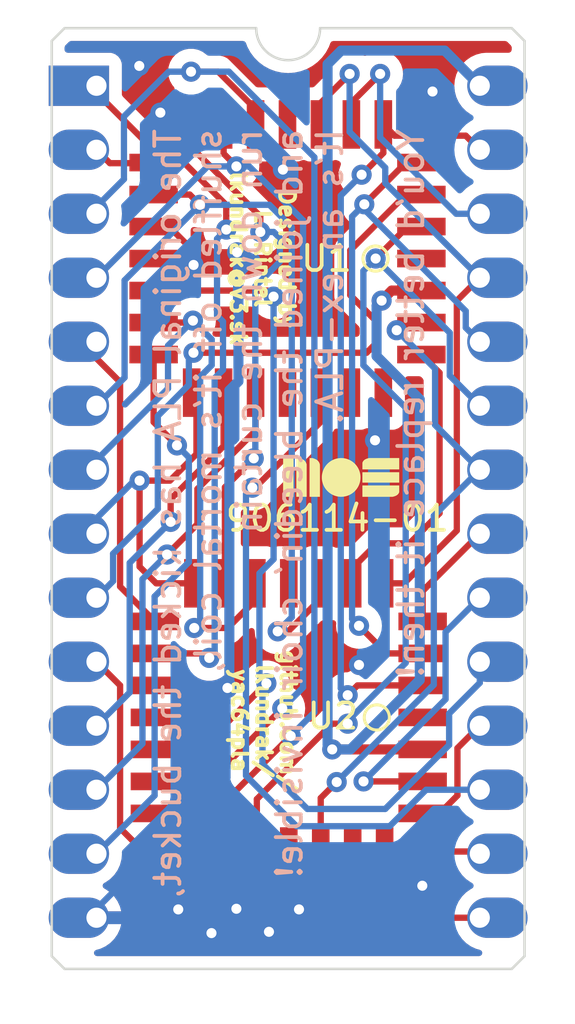
<source format=kicad_pcb>
(kicad_pcb (version 20211014) (generator pcbnew)
  (title_block (title "GAL-based 906114-01 replacement") (date "2023-01-05") (rev "0.99") (company "Lubomir Rintel <lkundrak@v3.sk>"))
  (layers (0 "F.Cu" signal) (31 "B.Cu" signal) (34 "B.Paste" user) (35 "F.Paste" user) (36 "B.SilkS" user "B.Silkscreen") (37 "F.SilkS" user "F.Silkscreen") (38 "B.Mask" user) (39 "F.Mask" user) (44 "Edge.Cuts" user))
  (net 0 "")
  (net 2 "/FE")
  (net 3 "/A13")
  (net 4 "/~{AEC}")
  (net 5 "GND")
  (net 6 "/TIO1")
  (net 7 "VCC")
  (net 11 "/TIO2")
  (net 12 "/TCR")
  (net 17 "/A14")
  (net 18 "/A15")
  (net 19 "/~{VA14}")
  (net 20 "/~{CHAREN}")
  (net 21 "/~{IRAM}")
  (net 22 "/~{LORAM}")
  (net 23 "/~{CAS}")
  (net 24 "/~{ROMH}")
  (net 25 "/~{ROML}")
  (net 26 "/~{I{slash}O}")
  (net 27 "/GR{slash}~{W}")
  (net 28 "/~{CHAROM}")
  (net 29 "/~{KERNAL}")
  (net 30 "/~{BASIC}")
  (net 31 "/~{CASRAM}")
  (net 32 "/~{OE}")
  (net 33 "/VA12")
  (net 34 "/VA13")
  (net 35 "/~{GAME}")
  (net 36 "/~{EXROM}")
  (net 37 "/R{slash}~{W}")
  (net 38 "/BA")
  (net 39 "/A12")
  (net 40 "/uTIO2")
  (footprint "PL3:mos_logo" (layer "F.Cu") (at 102.4382 61.3918)
    (fp_text reference "G***" hide)
    (fp_text value "LOGO" hide)
    (fp_poly (pts (xy -1.640794 -0.761052) (xy -1.601391 -0.748165) (xy -1.565704 -0.734324) (xy -1.533528 -0.719355) (xy -1.504656 -0.703084) (xy -1.478882 -0.685338) (xy -1.455999 -0.665943) (xy -1.4358 -0.644727) (xy -1.418081 -0.621516) (xy -1.402633 -0.596136) (xy -1.389251 -0.568414) (xy -1.378624 -0.540801) (xy -1.371108 -0.519) (xy -1.370084 0.77) (xy -1.782141 0.77) (xy -1.782141 -0.77) (xy -1.726301 -0.77) (xy -1.670461 -0.770001)) (layer "F.SilkS") (width 0) (fill solid))
    (fp_poly (pts (xy 0.078975 -0.765341) (xy 0.106008 -0.762039) (xy 0.160345 -0.752413) (xy 0.21328 -0.739127) (xy 0.264675 -0.722311) (xy 0.314392 -0.702099) (xy 0.362294 -0.678622) (xy 0.408243 -0.652012) (xy 0.452101 -0.622402) (xy 0.493731 -0.589923) (xy 0.532994 -0.554708) (xy 0.569753 -0.516889) (xy 0.60387 -0.476597) (xy 0.635207 -0.433965) (xy 0.663627 -0.389125) (xy 0.688992 -0.342209) (xy 0.711164 -0.29335) (xy 0.730005 -0.242678) (xy 0.745378 -0.190327) (xy 0.756857 -0.138) (xy 0.761074 -0.11318) (xy 0.764256 -0.089856) (xy 0.766504 -0.066843) (xy 0.767921 -0.042953) (xy 0.768609 -0.017001) (xy 0.768714 0) (xy 0.768414 0.027754) (xy 0.767445 0.052735) (xy 0.765706 0.076129) (xy 0.763095 0.099125) (xy 0.759509 0.122907) (xy 0.756857 0.138) (xy 0.744927 0.19204) (xy 0.729282 0.244744) (xy 0.710032 0.295946) (xy 0.687285 0.345479) (xy 0.661151 0.393175) (xy 0.631739 0.438867) (xy 0.599157 0.482388) (xy 0.563515 0.523571) (xy 0.524921 0.562248) (xy 0.483484 0.598253) (xy 0.439314 0.631419) (xy 0.431845 0.636556) (xy 0.38499 0.665982) (xy 0.336338 0.69186) (xy 0.286047 0.714132) (xy 0.234277 0.732741) (xy 0.18119 0.747626) (xy 0.126943 0.758729) (xy 0.082898 0.76484) (xy 0.070849 0.765939) (xy 0.056109 0.766927) (xy 0.039612 0.767776) (xy 0.02229 0.768454) (xy 0.005078 0.768931) (xy -0.011092 0.769177) (xy -0.025286 0.769161) (xy -0.036572 0.768853) (xy -0.038003 0.768777) (xy -0.093895 0.763603) (xy -0.148741 0.754645) (xy -0.202385 0.74198) (xy -0.254673 0.725689) (xy -0.305449 0.705852) (xy -0.354558 0.682549) (xy -0.401844 0.655858) (xy -0.447152 0.62586) (xy -0.490326 0.592635) (xy -0.531212 0.556262) (xy -0.569654 0.516821) (xy -0.601199 0.47981) (xy -0.634154 0.43545) (xy -0.663666 0.389085) (xy -0.689695 0.340819) (xy -0.712198 0.290755) (xy -0.731134 0.238995) (xy -0.746462 0.185642) (xy -0.758139 0.130798) (xy -0.766125 0.074567) (xy -0.766397 0.072) (xy -0.767308 0.060372) (xy -0.767993 0.04563) (xy -0.768454 0.028649) (xy -0.768689 0.01031) (xy -0.7687 -0.008511) (xy -0.768486 -0.026935) (xy -0.768047 -0.044084) (xy -0.767383 -0.059079) (xy -0.766495 -0.071044) (xy -0.766397 -0.072) (xy -0.758611 -0.127903) (xy -0.747144 -0.182453) (xy -0.732089 -0.235512) (xy -0.713542 -0.286944) (xy -0.691598 -0.33661) (xy -0.66635 -0.384373) (xy -0.637894 -0.430094) (xy -0.606323 -0.473638) (xy -0.571733 -0.514864) (xy -0.534218 -0.553638) (xy -0.493873 -0.589819) (xy -0.450791 -0.623272) (xy -0.405069 -0.653857) (xy -0.3568 -0.681438) (xy -0.342819 -0.688615) (xy -0.293543 -0.711081) (xy -0.242688 -0.729966) (xy -0.190551 -0.74522) (xy -0.137429 -0.756796) (xy -0.083619 -0.764645) (xy -0.029417 -0.768717) (xy 0.02488 -0.768965)) (layer "F.SilkS") (width 0) (fill solid))
    (fp_poly (pts (xy -2.101666 -0.76951) (xy -1.895149 -0.769) (xy -1.895149 0.769) (xy -2.101666 0.769509) (xy -2.308182 0.770018) (xy -2.308182 -0.770019)) (layer "F.SilkS") (width 0) (fill solid))
    (fp_poly (pts (xy 2.308181 0.206) (xy 0.844066 0.206) (xy 0.844066 -0.206) (xy 2.308181 -0.206)) (layer "F.SilkS") (width 0) (fill solid))
    (fp_poly (pts (xy -1.125332 -0.764071) (xy -1.085954 -0.751657) (xy -1.050318 -0.738424) (xy -1.018233 -0.724284) (xy -0.989508 -0.70915) (xy -0.963952 -0.692936) (xy -0.954741 -0.686254) (xy -0.942642 -0.6763) (xy -0.92962 -0.664171) (xy -0.916667 -0.650897) (xy -0.904778 -0.63751) (xy -0.894944 -0.625039) (xy -0.892737 -0.621914) (xy -0.879026 -0.599501) (xy -0.866613 -0.5745) (xy -0.856105 -0.548265) (xy -0.848105 -0.522148) (xy -0.848092 -0.522099) (xy -0.847714 -0.520581) (xy -0.847361 -0.518996) (xy -0.847031 -0.517211) (xy -0.846724 -0.515095) (xy -0.846439 -0.512514) (xy -0.846175 -0.509336) (xy -0.845931 -0.505428) (xy -0.845707 -0.500658) (xy -0.845502 -0.494894) (xy -0.845314 -0.488003) (xy -0.845144 -0.479853) (xy -0.84499 -0.47031) (xy -0.844851 -0.459243) (xy -0.844727 -0.446519) (xy -0.844617 -0.432005) (xy -0.84452 -0.415569) (xy -0.844435 -0.397079) (xy -0.844361 -0.376401) (xy -0.844298 -0.353404) (xy -0.844244 -0.327955) (xy -0.8442 -0.299922) (xy -0.844164 -0.269171) (xy -0.844135 -0.235571) (xy -0.844112 -0.198988) (xy -0.844095 -0.159291) (xy -0.844083 -0.116347) (xy -0.844075 -0.070023) (xy -0.84407 -0.020187) (xy -0.844068 0.033293) (xy -0.844067 0.090551) (xy -0.844067 0.77) (xy -1.050146 0.77) (xy -1.084667 0.76999) (xy -1.115381 0.769962) (xy -1.142479 0.769911) (xy -1.166155 0.769835) (xy -1.186601 0.769733) (xy -1.204009 0.769602) (xy -1.218572 0.769439) (xy -1.230483 0.769243) (xy -1.239934 0.76901) (xy -1.247117 0.76874) (xy -1.252226 0.768428) (xy -1.255452 0.768074) (xy -1.256989 0.767674) (xy -1.257174 0.7675) (xy -1.257241 0.765341) (xy -1.257304 0.75932) (xy -1.257363 0.749573) (xy -1.257418 0.736239) (xy -1.257469 0.719454) (xy -1.257516 0.699355) (xy -1.257559 0.67608) (xy -1.257597 0.649767) (xy -1.257631 0.620552) (xy -1.257661 0.588574) (xy -1.257685 0.553968) (xy -1.257706 0.516873) (xy -1.257721 0.477426) (xy -1.257732 0.435764) (xy -1.257738 0.392025) (xy -1.257739 0.346346) (xy -1.257735 0.298863) (xy -1.257726 0.249716) (xy -1.257712 0.19904) (xy -1.257692 0.146973) (xy -1.257667 0.093653) (xy -1.257637 0.039217) (xy -1.257611 -0.002) (xy -1.257099 -0.769) (xy -1.201502 -0.769532) (xy -1.145906 -0.770064)) (layer "F.SilkS") (width 0) (fill solid))
    (fp_poly (pts (xy 2.308181 0.449686) (xy 2.308178 0.475916) (xy 2.30816 0.498456) (xy 2.308121 0.517618) (xy 2.30805 0.533713) (xy 2.307939 0.547052) (xy 2.30778 0.557946) (xy 2.307563 0.566705) (xy 2.30728 0.57364) (xy 2.306923 0.579063) (xy 2.306482 0.583284) (xy 2.305948 0.586615) (xy 2.305313 0.589366) (xy 2.304568 0.591848) (xy 2.304138 0.593124) (xy 2.293028 0.619316) (xy 2.278345 0.643832) (xy 2.260212 0.666534) (xy 2.238751 0.687283) (xy 2.214083 0.705938) (xy 2.195413 0.717429) (xy 2.177799 0.726438) (xy 2.156884 0.735513) (xy 2.133355 0.744401) (xy 2.107898 0.752849) (xy 2.081202 0.760608) (xy 2.06878 0.763854) (xy 2.044395 0.77) (xy 0.844066 0.77) (xy 0.844066 0.318) (xy 2.308181 0.318)) (layer "F.SilkS") (width 0) (fill solid))
    (fp_poly (pts (xy 2.308181 -0.318) (xy 0.844066 -0.318) (xy 0.844133 -0.4505) (xy 0.844199 -0.583) (xy 0.850857 -0.600498) (xy 0.861951 -0.624663) (xy 0.876335 -0.647258) (xy 0.894345 -0.668808) (xy 0.894711 -0.669196) (xy 0.910759 -0.684999) (xy 0.927046 -0.698387) (xy 0.945064 -0.710526) (xy 0.955189 -0.716492) (xy 0.975882 -0.727076) (xy 1.000077 -0.737417) (xy 1.027279 -0.747332) (xy 1.05699 -0.756637) (xy 1.084468 -0.764088) (xy 1.107853 -0.77) (xy 2.308181 -0.77)) (layer "F.SilkS") (width 0) (fill solid))
  )
  (footprint "Package_LCC:PLCC-28" (layer "F.Cu") (at 100.3554 70.9168 -90)
    (fp_text reference "U2" (at -0.0508 -1.7526 180) (layer "F.SilkS"))
    (fp_text value "GAL20V8_R")
    (fp_circle (center 0 -3.5) (end 0.5 -3.5) (layer "F.SilkS") (width 0.12) (fill none))
    (pad "1" smd rect (at 0 -5.3225 270) (size 0.7 1.925) (layers "F.Cu" "F.Paste" "F.Mask"))
    (pad "2" smd rect (at -1.27 -5.3225 270) (size 0.7 1.925) (layers "F.Cu" "F.Paste" "F.Mask") (net 39 "/A12"))
    (pad "3" smd rect (at -2.54 -5.3225 270) (size 0.7 1.925) (layers "F.Cu" "F.Paste" "F.Mask") (net 37 "/R{slash}~{W}"))
    (pad "4" smd rect (at -3.81 -5.3225 270) (size 0.7 1.925) (layers "F.Cu" "F.Paste" "F.Mask") (net 34 "/VA13"))
    (pad "5" smd rect (at -5.3225 -3.81 270) (size 1.925 0.7) (layers "F.Cu" "F.Paste" "F.Mask") (net 4 "/~{AEC}"))
    (pad "6" smd rect (at -5.3225 -2.54 270) (size 1.925 0.7) (layers "F.Cu" "F.Paste" "F.Mask") (net 12 "/TCR"))
    (pad "7" smd rect (at -5.3225 -1.27 270) (size 1.925 0.7) (layers "F.Cu" "F.Paste" "F.Mask") (net 20 "/~{CHAREN}"))
    (pad "8" smd rect (at -5.3225 0 270) (size 1.925 0.7) (layers "F.Cu" "F.Paste" "F.Mask"))
    (pad "9" smd rect (at -5.3225 1.27 270) (size 1.925 0.7) (layers "F.Cu" "F.Paste" "F.Mask") (net 21 "/~{IRAM}"))
    (pad "10" smd rect (at -5.3225 2.54 270) (size 1.925 0.7) (layers "F.Cu" "F.Paste" "F.Mask") (net 2 "/FE"))
    (pad "11" smd rect (at -5.3225 3.81 270) (size 1.925 0.7) (layers "F.Cu" "F.Paste" "F.Mask") (net 22 "/~{LORAM}"))
    (pad "12" smd rect (at -3.81 5.3225 270) (size 0.7 1.925) (layers "F.Cu" "F.Paste" "F.Mask") (net 19 "/~{VA14}"))
    (pad "13" smd rect (at -2.54 5.3225 270) (size 0.7 1.925) (layers "F.Cu" "F.Paste" "F.Mask") (net 3 "/A13"))
    (pad "14" smd rect (at -1.27 5.3225 270) (size 0.7 1.925) (layers "F.Cu" "F.Paste" "F.Mask") (net 5 "GND"))
    (pad "15" smd rect (at 0 5.3225 270) (size 0.7 1.925) (layers "F.Cu" "F.Paste" "F.Mask"))
    (pad "16" smd rect (at 1.27 5.3225 270) (size 0.7 1.925) (layers "F.Cu" "F.Paste" "F.Mask") (net 32 "/~{OE}"))
    (pad "17" smd rect (at 2.54 5.3225 270) (size 0.7 1.925) (layers "F.Cu" "F.Paste" "F.Mask") (net 18 "/A15"))
    (pad "18" smd rect (at 3.81 5.3225 270) (size 0.7 1.925) (layers "F.Cu" "F.Paste" "F.Mask") (net 40 "/uTIO2"))
    (pad "19" smd rect (at 5.3225 3.81 270) (size 1.925 0.7) (layers "F.Cu" "F.Paste" "F.Mask") (net 24 "/~{ROMH}"))
    (pad "20" smd rect (at 5.3225 2.54 270) (size 1.925 0.7) (layers "F.Cu" "F.Paste" "F.Mask") (net 17 "/A14"))
    (pad "21" smd rect (at 5.3225 1.27 270) (size 1.925 0.7) (layers "F.Cu" "F.Paste" "F.Mask") (net 36 "/~{EXROM}"))
    (pad "22" smd rect (at 5.3225 0 270) (size 1.925 0.7) (layers "F.Cu" "F.Paste" "F.Mask"))
    (pad "23" smd rect (at 5.3225 -1.27 270) (size 1.925 0.7) (layers "F.Cu" "F.Paste" "F.Mask") (net 35 "/~{GAME}"))
    (pad "24" smd rect (at 5.3225 -2.54 270) (size 1.925 0.7) (layers "F.Cu" "F.Paste" "F.Mask") (net 28 "/~{CHAROM}"))
    (pad "25" smd rect (at 5.3225 -3.81 270) (size 1.925 0.7) (layers "F.Cu" "F.Paste" "F.Mask") (net 29 "/~{KERNAL}"))
    (pad "26" smd rect (at 3.81 -5.3225 270) (size 0.7 1.925) (layers "F.Cu" "F.Paste" "F.Mask") (net 31 "/~{CASRAM}"))
    (pad "27" smd rect (at 2.54 -5.3225 270) (size 0.7 1.925) (layers "F.Cu" "F.Paste" "F.Mask") (net 33 "/VA12"))
    (pad "28" smd rect (at 1.27 -5.3225 270) (size 0.7 1.925) (layers "F.Cu" "F.Paste" "F.Mask") (net 7 "VCC"))
  )
  (footprint "Package_DIP:DIP-28_W15.24mm_Socket_LongPads" (layer "F.Cu") (at 92.71 45.847)
    (fp_text reference "U3" hide)
    (fp_text value "C64_PLA")
    (pad "1" thru_hole rect (at 0 0) (size 2.4 1.6) (drill 0.8 (offset -0.7 0)) (layers *.Cu *.Mask) (net 2 "/FE"))
    (pad "2" thru_hole oval (at 0 2.54) (size 2.4 1.6) (drill 0.8 (offset -0.7 0)) (layers *.Cu *.Mask) (net 3 "/A13"))
    (pad "3" thru_hole oval (at 0 5.08) (size 2.4 1.6) (drill 0.8 (offset -0.7 0)) (layers *.Cu *.Mask) (net 17 "/A14"))
    (pad "4" thru_hole oval (at 0 7.62) (size 2.4 1.6) (drill 0.8 (offset -0.7 0)) (layers *.Cu *.Mask) (net 18 "/A15"))
    (pad "5" thru_hole oval (at 0 10.16) (size 2.4 1.6) (drill 0.8 (offset -0.7 0)) (layers *.Cu *.Mask) (net 19 "/~{VA14}"))
    (pad "6" thru_hole oval (at 0 12.7) (size 2.4 1.6) (drill 0.8 (offset -0.7 0)) (layers *.Cu *.Mask) (net 20 "/~{CHAREN}"))
    (pad "7" thru_hole oval (at 0 15.24) (size 2.4 1.6) (drill 0.8 (offset -0.7 0)) (layers *.Cu *.Mask) (net 21 "/~{IRAM}"))
    (pad "8" thru_hole oval (at 0 17.78) (size 2.4 1.6) (drill 0.8 (offset -0.7 0)) (layers *.Cu *.Mask) (net 22 "/~{LORAM}"))
    (pad "9" thru_hole oval (at 0 20.32) (size 2.4 1.6) (drill 0.8 (offset -0.7 0)) (layers *.Cu *.Mask) (net 23 "/~{CAS}"))
    (pad "10" thru_hole oval (at 0 22.86) (size 2.4 1.6) (drill 0.8 (offset -0.7 0)) (layers *.Cu *.Mask) (net 24 "/~{ROMH}"))
    (pad "11" thru_hole oval (at 0 25.4) (size 2.4 1.6) (drill 0.8 (offset -0.7 0)) (layers *.Cu *.Mask) (net 25 "/~{ROML}"))
    (pad "12" thru_hole oval (at 0 27.94) (size 2.4 1.6) (drill 0.8 (offset -0.7 0)) (layers *.Cu *.Mask) (net 26 "/~{I{slash}O}"))
    (pad "13" thru_hole oval (at 0 30.48) (size 2.4 1.6) (drill 0.8 (offset -0.7 0)) (layers *.Cu *.Mask) (net 27 "/GR{slash}~{W}"))
    (pad "14" thru_hole oval (at 0 33.02) (size 2.4 1.6) (drill 0.8 (offset -0.7 0)) (layers *.Cu *.Mask) (net 5 "GND"))
    (pad "15" thru_hole oval (at 15.24 33.02) (size 2.4 1.6) (drill 0.8 (offset 0.7 0)) (layers *.Cu *.Mask) (net 28 "/~{CHAROM}"))
    (pad "16" thru_hole oval (at 15.24 30.48) (size 2.4 1.6) (drill 0.8 (offset 0.7 0)) (layers *.Cu *.Mask) (net 29 "/~{KERNAL}"))
    (pad "17" thru_hole oval (at 15.24 27.94) (size 2.4 1.6) (drill 0.8 (offset 0.7 0)) (layers *.Cu *.Mask) (net 30 "/~{BASIC}"))
    (pad "18" thru_hole oval (at 15.24 25.4) (size 2.4 1.6) (drill 0.8 (offset 0.7 0)) (layers *.Cu *.Mask) (net 31 "/~{CASRAM}"))
    (pad "19" thru_hole oval (at 15.24 22.86) (size 2.4 1.6) (drill 0.8 (offset 0.7 0)) (layers *.Cu *.Mask) (net 32 "/~{OE}"))
    (pad "20" thru_hole oval (at 15.24 20.32) (size 2.4 1.6) (drill 0.8 (offset 0.7 0)) (layers *.Cu *.Mask) (net 33 "/VA12"))
    (pad "21" thru_hole oval (at 15.24 17.78) (size 2.4 1.6) (drill 0.8 (offset 0.7 0)) (layers *.Cu *.Mask) (net 34 "/VA13"))
    (pad "22" thru_hole oval (at 15.24 15.24) (size 2.4 1.6) (drill 0.8 (offset 0.7 0)) (layers *.Cu *.Mask) (net 35 "/~{GAME}"))
    (pad "23" thru_hole oval (at 15.24 12.7) (size 2.4 1.6) (drill 0.8 (offset 0.7 0)) (layers *.Cu *.Mask) (net 36 "/~{EXROM}"))
    (pad "24" thru_hole oval (at 15.24 10.16) (size 2.4 1.6) (drill 0.8 (offset 0.7 0)) (layers *.Cu *.Mask) (net 37 "/R{slash}~{W}"))
    (pad "25" thru_hole oval (at 15.24 7.62) (size 2.4 1.6) (drill 0.8 (offset 0.7 0)) (layers *.Cu *.Mask) (net 4 "/~{AEC}"))
    (pad "26" thru_hole oval (at 15.24 5.08) (size 2.4 1.6) (drill 0.8 (offset 0.7 0)) (layers *.Cu *.Mask) (net 38 "/BA"))
    (pad "27" thru_hole oval (at 15.24 2.54) (size 2.4 1.6) (drill 0.8 (offset 0.7 0)) (layers *.Cu *.Mask) (net 39 "/A12"))
    (pad "28" thru_hole oval (at 15.24 0) (size 2.4 1.6) (drill 0.8 (offset 0.7 0)) (layers *.Cu *.Mask) (net 7 "VCC"))
  )
  (footprint "Package_LCC:PLCC-28" (layer "F.Cu") (at 100.3046 52.705 -90)
    (fp_text reference "U1" (at 0 -1.5494) (layer "F.SilkS"))
    (fp_text value "GAL20V8_L")
    (fp_circle (center 0 -3.5) (end 0.5 -3.5) (layer "F.SilkS") (width 0.12) (fill none))
    (pad "1" smd rect (at 0 -5.3225 270) (size 0.7 1.925) (layers "F.Cu" "F.Paste" "F.Mask"))
    (pad "2" smd rect (at -1.27 -5.3225 270) (size 0.7 1.925) (layers "F.Cu" "F.Paste" "F.Mask") (net 36 "/~{EXROM}"))
    (pad "3" smd rect (at -2.54 -5.3225 270) (size 0.7 1.925) (layers "F.Cu" "F.Paste" "F.Mask") (net 23 "/~{CAS}"))
    (pad "4" smd rect (at -3.81 -5.3225 270) (size 0.7 1.925) (layers "F.Cu" "F.Paste" "F.Mask") (net 37 "/R{slash}~{W}"))
    (pad "5" smd rect (at -5.3225 -3.81 270) (size 1.925 0.7) (layers "F.Cu" "F.Paste" "F.Mask") (net 39 "/A12"))
    (pad "6" smd rect (at -5.3225 -2.54 270) (size 1.925 0.7) (layers "F.Cu" "F.Paste" "F.Mask") (net 38 "/BA"))
    (pad "7" smd rect (at -5.3225 -1.27 270) (size 1.925 0.7) (layers "F.Cu" "F.Paste" "F.Mask") (net 4 "/~{AEC}"))
    (pad "8" smd rect (at -5.3225 0 270) (size 1.925 0.7) (layers "F.Cu" "F.Paste" "F.Mask"))
    (pad "9" smd rect (at -5.3225 1.27 270) (size 1.925 0.7) (layers "F.Cu" "F.Paste" "F.Mask") (net 17 "/A14"))
    (pad "10" smd rect (at -5.3225 2.54 270) (size 1.925 0.7) (layers "F.Cu" "F.Paste" "F.Mask") (net 18 "/A15"))
    (pad "11" smd rect (at -5.3225 3.81 270) (size 1.925 0.7) (layers "F.Cu" "F.Paste" "F.Mask") (net 2 "/FE"))
    (pad "12" smd rect (at -3.81 5.3225 270) (size 0.7 1.925) (layers "F.Cu" "F.Paste" "F.Mask") (net 3 "/A13"))
    (pad "13" smd rect (at -2.54 5.3225 270) (size 0.7 1.925) (layers "F.Cu" "F.Paste" "F.Mask") (net 20 "/~{CHAREN}"))
    (pad "14" smd rect (at -1.27 5.3225 270) (size 0.7 1.925) (layers "F.Cu" "F.Paste" "F.Mask") (net 5 "GND"))
    (pad "15" smd rect (at 0 5.3225 270) (size 0.7 1.925) (layers "F.Cu" "F.Paste" "F.Mask"))
    (pad "16" smd rect (at 1.27 5.3225 270) (size 0.7 1.925) (layers "F.Cu" "F.Paste" "F.Mask") (net 32 "/~{OE}"))
    (pad "17" smd rect (at 2.54 5.3225 270) (size 0.7 1.925) (layers "F.Cu" "F.Paste" "F.Mask") (net 21 "/~{IRAM}"))
    (pad "18" smd rect (at 3.81 5.3225 270) (size 0.7 1.925) (layers "F.Cu" "F.Paste" "F.Mask") (net 27 "/GR{slash}~{W}"))
    (pad "19" smd rect (at 5.3225 3.81 270) (size 1.925 0.7) (layers "F.Cu" "F.Paste" "F.Mask") (net 22 "/~{LORAM}"))
    (pad "20" smd rect (at 5.3225 2.54 270) (size 1.925 0.7) (layers "F.Cu" "F.Paste" "F.Mask") (net 25 "/~{ROML}"))
    (pad "21" smd rect (at 5.3225 1.27 270) (size 1.925 0.7) (layers "F.Cu" "F.Paste" "F.Mask") (net 26 "/~{I{slash}O}"))
    (pad "22" smd rect (at 5.3225 0 270) (size 1.925 0.7) (layers "F.Cu" "F.Paste" "F.Mask"))
    (pad "23" smd rect (at 5.3225 -1.27 270) (size 1.925 0.7) (layers "F.Cu" "F.Paste" "F.Mask") (net 30 "/~{BASIC}"))
    (pad "24" smd rect (at 5.3225 -2.54 270) (size 1.925 0.7) (layers "F.Cu" "F.Paste" "F.Mask") (net 6 "/TIO1"))
    (pad "25" smd rect (at 5.3225 -3.81 270) (size 1.925 0.7) (layers "F.Cu" "F.Paste" "F.Mask") (net 11 "/TIO2"))
    (pad "26" smd rect (at 3.81 -5.3225 270) (size 0.7 1.925) (layers "F.Cu" "F.Paste" "F.Mask") (net 12 "/TCR"))
    (pad "27" smd rect (at 2.54 -5.3225 270) (size 0.7 1.925) (layers "F.Cu" "F.Paste" "F.Mask") (net 35 "/~{GAME}"))
    (pad "28" smd rect (at 1.27 -5.3225 270) (size 0.7 1.925) (layers "F.Cu" "F.Paste" "F.Mask") (net 7 "VCC"))
  )
  (gr_line (start 109.22 80.899) (end 91.44 80.899) (layer "Edge.Cuts") (width 0.1))
  (gr_line (start 91.44 43.561) (end 99.06 43.561) (layer "Edge.Cuts") (width 0.1))
  (gr_line (start 109.22 80.899) (end 109.728 80.391) (layer "Edge.Cuts") (width 0.1))
  (gr_line (start 90.932 44.069) (end 91.44 43.561) (layer "Edge.Cuts") (width 0.1))
  (gr_line (start 101.6 43.561) (end 109.22 43.561) (layer "Edge.Cuts") (width 0.1))
  (gr_line (start 90.932 80.391) (end 91.44 80.899) (layer "Edge.Cuts") (width 0.1))
  (gr_line (start 109.728 44.069) (end 109.728 80.391) (layer "Edge.Cuts") (width 0.1))
  (gr_arc (start 101.6 43.561) (mid 100.33 44.831) (end 99.06 43.561) (layer "Edge.Cuts") (width 0.1))
  (gr_line (start 109.22 43.561) (end 109.728 44.069) (layer "Edge.Cuts") (width 0.1))
  (gr_line (start 90.932 80.391) (end 90.932 44.069) (layer "Edge.Cuts") (width 0.1))
  (gr_text "The original PLA has kicked the bucket,\nshuffled off it's mortal coil,\nrun down the curtain\nand joined the bleedin' choir invisible!\nIt's an ex-PLA.\n\nYou'd better replace it then!" (at 100.3808 47.4726 90) (layer "B.SilkS") (effects (font (size 1 1)) (justify left mirror)))
  (gr_text "906114-01" (at 102.2858 63.0174) (layer "F.SilkS") (effects (font (size 1 1))))
  (gr_text "github.com/\nlkundrak/\nyac64pla" (at 99.3648 71.0438 270) (layer "F.SilkS") (effects (font (size 0.6 0.6))))
  (gr_text "Designed by\nL. Rintel\nlkundrak@v3.sk" (at 99.314 52.705 270) (layer "F.SilkS") (effects (font (size 0.6 0.6))))
  (segment (start 95.9473 47.9298) (end 96.4946 47.3825) (width 0.25) (layer "F.Cu") (net 2))
  (segment (start 99.223397 51.031196) (end 99.223397 51.650001) (width 0.25) (layer "F.Cu") (net 2))
  (segment (start 94.5134 47.9298) (end 95.9473 47.9298) (width 0.25) (layer "F.Cu") (net 2))
  (segment (start 97.8154 65.5943) (end 97.8154 61.781398) (width 0.25) (layer "F.Cu") (net 2))
  (segment (start 96.4946 47.3825) (end 96.4946 48.302399) (width 0.25) (layer "F.Cu") (net 2))
  (segment (start 96.4946 48.302399) (end 99.223397 51.031196) (width 0.25) (layer "F.Cu") (net 2))
  (segment (start 92.71 45.847) (end 92.71 46.1264) (width 0.25) (layer "F.Cu") (net 2))
  (segment (start 97.8154 61.781398) (end 98.962699 60.634099) (width 0.25) (layer "F.Cu") (net 2))
  (segment (start 92.71 46.1264) (end 94.5134 47.9298) (width 0.25) (layer "F.Cu") (net 2))
  (via (at 98.962699 60.634099) (size 0.8) (drill 0.4) (layers "F.Cu" "B.Cu") (net 2))
  (via (at 99.223397 51.650001) (size 0.8) (drill 0.4) (layers "F.Cu" "B.Cu") (net 2))
  (segment (start 99.025498 60.5713) (end 98.962699 60.634099) (width 0.25) (layer "B.Cu") (net 2))
  (segment (start 99.757601 51.650001) (end 99.9998 51.8922) (width 0.25) (layer "B.Cu") (net 2))
  (segment (start 99.223397 51.650001) (end 99.757601 51.650001) (width 0.25) (layer "B.Cu") (net 2))
  (segment (start 99.9998 52.832) (end 99.025498 53.806302) (width 0.25) (layer "B.Cu") (net 2))
  (segment (start 99.9998 51.8922) (end 99.9998 52.832) (width 0.25) (layer "B.Cu") (net 2))
  (segment (start 99.025498 53.806302) (end 99.025498 60.5713) (width 0.25) (layer "B.Cu") (net 2))
  (segment (start 93.2434 48.9204) (end 94.9567 48.9204) (width 0.25) (layer "F.Cu") (net 3))
  (segment (start 97.0159 68.3768) (end 97.1937 68.5546) (width 0.25) (layer "F.Cu") (net 3))
  (segment (start 92.71 48.387) (end 93.2434 48.9204) (width 0.25) (layer "F.Cu") (net 3))
  (segment (start 97.869174 50.578796) (end 97.869174 51.555005) (width 0.25) (layer "F.Cu") (net 3))
  (segment (start 94.9567 48.9204) (end 94.9821 48.895) (width 0.25) (layer "F.Cu") (net 3))
  (segment (start 96.185378 48.895) (end 97.869174 50.578796) (width 0.25) (layer "F.Cu") (net 3))
  (segment (start 95.0329 68.3768) (end 97.0159 68.3768) (width 0.25) (layer "F.Cu") (net 3))
  (segment (start 94.9821 48.895) (end 96.185378 48.895) (width 0.25) (layer "F.Cu") (net 3))
  (via (at 97.869174 51.555005) (size 0.8) (drill 0.4) (layers "F.Cu" "B.Cu") (net 3))
  (via (at 97.1937 68.5546) (size 0.8) (drill 0.4) (layers "F.Cu" "B.Cu") (net 3))
  (segment (start 97.503 54.968312) (end 97.503 51.921179) (width 0.25) (layer "B.Cu") (net 3))
  (segment (start 97.503 51.921179) (end 97.869174 51.555005) (width 0.25) (layer "B.Cu") (net 3))
  (segment (start 97.409 68.3393) (end 97.409 57.4548) (width 0.25) (layer "B.Cu") (net 3))
  (segment (start 97.740581 55.205893) (end 97.503 54.968312) (width 0.25) (layer "B.Cu") (net 3))
  (segment (start 97.1937 68.5546) (end 97.409 68.3393) (width 0.25) (layer "B.Cu") (net 3))
  (segment (start 97.409 57.4548) (end 97.740581 57.123219) (width 0.25) (layer "B.Cu") (net 3))
  (segment (start 97.740581 57.123219) (end 97.740581 55.205893) (width 0.25) (layer "B.Cu") (net 3))
  (segment (start 107.0356 63.5) (end 107.0356 54.3814) (width 0.25) (layer "F.Cu") (net 4))
  (segment (start 104.1654 65.5943) (end 104.9413 65.5943) (width 0.25) (layer "F.Cu") (net 4))
  (segment (start 101.5746 46.576832) (end 102.774932 45.3765) (width 0.25) (layer "F.Cu") (net 4))
  (segment (start 107.0356 54.3814) (end 107.95 53.467) (width 0.25) (layer "F.Cu") (net 4))
  (segment (start 101.5746 47.3825) (end 101.5746 46.576832) (width 0.25) (layer "F.Cu") (net 4))
  (segment (start 104.9413 65.5943) (end 107.0356 63.5) (width 0.25) (layer "F.Cu") (net 4))
  (via (at 102.774932 45.3765) (size 0.8) (drill 0.4) (layers "F.Cu" "B.Cu") (net 4))
  (segment (start 104.1908 49.7078) (end 104.1908 49.0982) (width 0.25) (layer "B.Cu") (net 4))
  (segment (start 104.1908 49.0982) (end 102.774932 47.682332) (width 0.25) (layer "B.Cu") (net 4))
  (segment (start 107.95 53.467) (end 104.1908 49.7078) (width 0.25) (layer "B.Cu") (net 4))
  (segment (start 102.774932 47.682332) (end 102.774932 45.3765) (width 0.25) (layer "B.Cu") (net 4))
  (segment (start 95.5946 51.435) (end 96.616011 52.456411) (width 0.25) (layer "F.Cu") (net 5))
  (segment (start 94.9821 51.435) (end 95.5946 51.435) (width 0.25) (layer "F.Cu") (net 5))
  (segment (start 95.0329 69.6468) (end 97.8154 69.6468) (width 0.25) (layer "F.Cu") (net 5))
  (segment (start 96.616011 52.456411) (end 98.300998 52.456411) (width 0.25) (layer "F.Cu") (net 5))
  (segment (start 97.8154 69.6468) (end 97.917 69.7484) (width 0.25) (layer "F.Cu") (net 5))
  (via (at 105.664 77.597) (size 0.8) (drill 0.4) (layers "F.Cu" "B.Cu") (net 5))
  (via (at 99.568 79.4258) (size 0.8) (drill 0.4) (layers "F.Cu" "B.Cu") (net 5))
  (via (at 103.147002 68.834) (size 0.8) (drill 0.4) (layers "F.Cu" "B.Cu") (net 5))
  (via (at 103.7844 59.9186) (size 0.8) (drill 0.4) (layers "F.Cu" "B.Cu") (net 5))
  (via (at 98.300998 52.456411) (size 0.8) (drill 0.4) (layers "F.Cu" "B.Cu") (net 5))
  (via (at 97.282 79.4766) (size 0.8) (drill 0.4) (layers "F.Cu" "B.Cu") (net 5))
  (via (at 95.25 46.9138) (size 0.8) (drill 0.4) (layers "F.Cu" "B.Cu") (net 5))
  (via (at 97.917 69.7484) (size 0.8) (drill 0.4) (layers "F.Cu" "B.Cu") (net 5))
  (via (at 106.0704 46.0756) (size 0.8) (drill 0.4) (layers "F.Cu" "B.Cu") (net 5))
  (via (at 96.5708 52.959) (size 0.8) (drill 0.4) (layers "F.Cu" "B.Cu") (net 5))
  (via (at 94.4118 45.0596) (size 0.8) (drill 0.4) (layers "F.Cu" "B.Cu") (net 5))
  (via (at 100.7618 78.5368) (size 0.8) (drill 0.4) (layers "F.Cu" "B.Cu") (net 5))
  (via (at 95.9612 78.5368) (size 0.8) (drill 0.4) (layers "F.Cu" "B.Cu") (net 5))
  (via (at 100.122399 49.1744) (size 0.8) (drill 0.4) (layers "F.Cu" "B.Cu") (net 5))
  (via (at 98.2726 78.5114) (size 0.8) (drill 0.4) (layers "F.Cu" "B.Cu") (net 5))
  (segment (start 97.917 69.7484) (end 97.9932 69.6722) (width 0.4) (layer "B.Cu") (net 5))
  (segment (start 97.917 73.3044) (end 92.71 78.5114) (width 0.25) (layer "B.Cu") (net 5))
  (segment (start 98.353692 52.509105) (end 98.300998 52.456411) (width 0.4) (layer "B.Cu") (net 5))
  (segment (start 97.9932 69.6722) (end 97.9932 57.9374) (width 0.4) (layer "B.Cu") (net 5))
  (segment (start 97.917 69.7484) (end 97.917 73.3044) (width 0.25) (layer "B.Cu") (net 5))
  (segment (start 92.71 78.5114) (end 92.71 78.867) (width 0.25) (layer "B.Cu") (net 5))
  (segment (start 98.353692 57.576908) (end 98.353692 52.509105) (width 0.4) (layer "B.Cu") (net 5))
  (segment (start 97.9932 57.9374) (end 98.353692 57.576908) (width 0.4) (layer "B.Cu") (net 5))
  (segment (start 104.445468 53.975) (end 104.046004 54.374464) (width 0.4) (layer "F.Cu") (net 7))
  (segment (start 105.6271 53.975) (end 104.445468 53.975) (width 0.4) (layer "F.Cu") (net 7))
  (segment (start 105.6779 72.1868) (end 102.082603 72.186799) (width 0.4) (layer "F.Cu") (net 7))
  (via (at 102.082603 72.186799) (size 0.8) (drill 0.4) (layers "F.Cu" "B.Cu") (net 7))
  (via (at 104.046004 54.374464) (size 0.8) (drill 0.4) (layers "F.Cu" "B.Cu") (net 7))
  (segment (start 103.846005 54.574463) (end 104.046004 54.374464) (width 0.4) (layer "B.Cu") (net 7))
  (segment (start 102.4382 44.45) (end 101.898001 44.990199) (width 0.4) (layer "B.Cu") (net 7))
  (segment (start 105.5624 69.431244) (end 105.5624 58.293) (width 0.4) (layer "B.Cu") (net 7))
  (segment (start 101.898001 72.002197) (end 102.082603 72.186799) (width 0.4) (layer "B.Cu") (net 7))
  (segment (start 102.082603 72.186799) (end 102.806845 72.186799) (width 0.4) (layer "B.Cu") (net 7))
  (segment (start 103.846005 56.576605) (end 103.846005 54.574463) (width 0.4) (layer "B.Cu") (net 7))
  (segment (start 106.553 44.45) (end 102.4382 44.45) (width 0.4) (layer "B.Cu") (net 7))
  (segment (start 101.898001 44.990199) (end 101.898001 72.002197) (width 0.4) (layer "B.Cu") (net 7))
  (segment (start 107.95 45.847) (end 106.553 44.45) (width 0.4) (layer "B.Cu") (net 7))
  (segment (start 102.806845 72.186799) (end 105.5624 69.431244) (width 0.4) (layer "B.Cu") (net 7))
  (segment (start 105.5624 58.293) (end 103.846005 56.576605) (width 0.4) (layer "B.Cu") (net 7))
  (segment (start 102.8954 64.9818) (end 103.8692 64.008) (width 0.25) (layer "F.Cu") (net 12))
  (segment (start 106.3498 62.8142) (end 106.3498 57.2377) (width 0.25) (layer "F.Cu") (net 12))
  (segment (start 106.3498 57.2377) (end 105.6271 56.515) (width 0.25) (layer "F.Cu") (net 12))
  (segment (start 103.8692 64.008) (end 105.156 64.008) (width 0.25) (layer "F.Cu") (net 12))
  (segment (start 102.8954 65.5943) (end 102.8954 64.9818) (width 0.25) (layer "F.Cu") (net 12))
  (segment (start 105.156 64.008) (end 106.3498 62.8142) (width 0.25) (layer "F.Cu") (net 12))
  (segment (start 99.0346 46.77) (end 97.5528 45.2882) (width 0.25) (layer "F.Cu") (net 17))
  (segment (start 97.8154 76.2393) (end 97.8154 74.2696) (width 0.25) (layer "F.Cu") (net 17))
  (segment (start 97.5528 45.2882) (end 96.4692 45.2882) (width 0.25) (layer "F.Cu") (net 17))
  (segment (start 97.8154 74.2696) (end 100.4316 71.6534) (width 0.25) (layer "F.Cu") (net 17))
  (segment (start 99.0346 47.3825) (end 99.0346 46.77) (width 0.25) (layer "F.Cu") (net 17))
  (via (at 96.4692 45.2882) (size 0.8) (drill 0.4) (layers "F.Cu" "B.Cu") (net 17))
  (via (at 100.4316 71.6534) (size 0.8) (drill 0.4) (layers "F.Cu" "B.Cu") (net 17))
  (segment (start 92.71 50.927) (end 92.71 50.6476) (width 0.25) (layer "B.Cu") (net 17))
  (segment (start 93.8022 49.5554) (end 93.8022 47.0662) (width 0.25) (layer "B.Cu") (net 17))
  (segment (start 97.977088 45.2882) (end 101.3735 48.684612) (width 0.25) (layer "B.Cu") (net 17))
  (segment (start 95.5802 45.2882) (end 96.4692 45.2882) (width 0.25) (layer "B.Cu") (net 17))
  (segment (start 93.8022 47.0662) (end 95.5802 45.2882) (width 0.25) (layer "B.Cu") (net 17))
  (segment (start 101.3735 48.684612) (end 101.3735 70.7115) (width 0.25) (layer "B.Cu") (net 17))
  (segment (start 96.4692 45.2882) (end 97.977088 45.2882) (width 0.25) (layer "B.Cu") (net 17))
  (segment (start 101.3735 70.7115) (end 100.4316 71.6534) (width 0.25) (layer "B.Cu") (net 17))
  (segment (start 92.71 50.6476) (end 93.8022 49.5554) (width 0.25) (layer "B.Cu") (net 17))
  (segment (start 97.7646 47.3825) (end 97.7646 48.5394) (width 0.25) (layer "F.Cu") (net 18))
  (segment (start 97.195707 73.4568) (end 100.095806 70.556701) (width 0.25) (layer "F.Cu") (net 18))
  (segment (start 95.0329 73.4568) (end 97.195707 73.4568) (width 0.25) (layer "F.Cu") (net 18))
  (segment (start 97.7646 48.5394) (end 98.2726 49.0474) (width 0.25) (layer "F.Cu") (net 18))
  (via (at 98.2726 49.0474) (size 0.8) (drill 0.4) (layers "F.Cu" "B.Cu") (net 18))
  (via (at 100.095806 70.556701) (size 0.8) (drill 0.4) (layers "F.Cu" "B.Cu") (net 18))
  (segment (start 100.923999 51.190799) (end 100.923999 69.728508) (width 0.25) (layer "B.Cu") (net 18))
  (segment (start 92.71 53.467) (end 97.1296 49.0474) (width 0.25) (layer "B.Cu") (net 18))
  (segment (start 98.7806 49.0474) (end 100.923999 51.190799) (width 0.25) (layer "B.Cu") (net 18))
  (segment (start 97.1296 49.0474) (end 98.2726 49.0474) (width 0.25) (layer "B.Cu") (net 18))
  (segment (start 98.2726 49.0474) (end 98.7806 49.0474) (width 0.25) (layer "B.Cu") (net 18))
  (segment (start 100.923999 69.728508) (end 100.095806 70.556701) (width 0.25) (layer "B.Cu") (net 18))
  (segment (start 92.71 56.6674) (end 92.71 56.007) (width 0.25) (layer "F.Cu") (net 19))
  (segment (start 93.6498 57.6072) (end 92.71 56.6674) (width 0.25) (layer "F.Cu") (net 19))
  (segment (start 95.0329 67.1068) (end 93.6498 65.7237) (width 0.25) (layer "F.Cu") (net 19))
  (segment (start 93.6498 65.7237) (end 93.6498 57.6072) (width 0.25) (layer "F.Cu") (net 19))
  (segment (start 101.6254 66.2068) (end 100.331762 67.500438) (width 0.25) (layer "F.Cu") (net 20))
  (segment (start 94.9821 50.165) (end 96.4184 50.165) (width 0.25) (layer "F.Cu") (net 20))
  (segment (start 100.331762 67.500438) (end 99.914441 67.500438) (width 0.25) (layer "F.Cu") (net 20))
  (segment (start 96.4184 50.165) (end 96.8248 50.5714) (width 0.25) (layer "F.Cu") (net 20))
  (segment (start 101.6254 65.5943) (end 101.6254 66.2068) (width 0.25) (layer "F.Cu") (net 20))
  (via (at 96.8248 50.5714) (size 0.8) (drill 0.4) (layers "F.Cu" "B.Cu") (net 20))
  (via (at 99.914441 67.500438) (size 0.8) (drill 0.4) (layers "F.Cu" "B.Cu") (net 20))
  (segment (start 100.474498 51.460583) (end 99.585315 50.5714) (width 0.25) (layer "B.Cu") (net 20))
  (segment (start 99.585315 50.5714) (end 96.8248 50.5714) (width 0.25) (layer "B.Cu") (net 20))
  (segment (start 93.8276 57.4294) (end 93.8276 53.5686) (width 0.25) (layer "B.Cu") (net 20))
  (segment (start 93.8276 53.5686) (end 96.8248 50.5714) (width 0.25) (layer "B.Cu") (net 20))
  (segment (start 92.71 58.547) (end 93.8276 57.4294) (width 0.25) (layer "B.Cu") (net 20))
  (segment (start 99.914441 67.500438) (end 100.474498 66.940381) (width 0.25) (layer "B.Cu") (net 20))
  (segment (start 100.474498 66.940381) (end 100.474498 51.460583) (width 0.25) (layer "B.Cu") (net 20))
  (segment (start 94.9821 55.245) (end 96.4692 55.245) (width 0.25) (layer "F.Cu") (net 21))
  (segment (start 99.0854 66.2068) (end 97.925128 67.367072) (width 0.25) (layer "F.Cu") (net 21))
  (segment (start 96.4692 55.245) (end 96.5454 55.1688) (width 0.25) (layer "F.Cu") (net 21))
  (segment (start 97.925128 67.367072) (end 96.596627 67.367072) (width 0.25) (layer "F.Cu") (net 21))
  (segment (start 99.0854 65.5943) (end 99.0854 66.2068) (width 0.25) (layer "F.Cu") (net 21))
  (via (at 96.596627 67.367072) (size 0.8) (drill 0.4) (layers "F.Cu" "B.Cu") (net 21))
  (via (at 96.5454 55.1688) (size 0.8) (drill 0.4) (layers "F.Cu" "B.Cu") (net 21))
  (segment (start 96.596627 67.367072) (end 96.832499 67.1312) (width 0.25) (layer "B.Cu") (net 21))
  (segment (start 96.832499 57.395611) (end 97.29108 56.93703) (width 0.25) (layer "B.Cu") (net 21))
  (segment (start 92.71 60.706) (end 95.5548 57.8612) (width 0.25) (layer "B.Cu") (net 21))
  (segment (start 97.29108 56.93703) (end 97.29108 55.91448) (width 0.25) (layer "B.Cu") (net 21))
  (segment (start 96.832499 67.1312) (end 96.832499 57.395611) (width 0.25) (layer "B.Cu") (net 21))
  (segment (start 95.5548 56.1594) (end 96.5454 55.1688) (width 0.25) (layer "B.Cu") (net 21))
  (segment (start 95.5548 57.8612) (end 95.5548 56.1594) (width 0.25) (layer "B.Cu") (net 21))
  (segment (start 97.29108 55.91448) (end 96.5454 55.1688) (width 0.25) (layer "B.Cu") (net 21))
  (segment (start 92.71 61.087) (end 92.71 60.706) (width 0.25) (layer "B.Cu") (net 21))
  (segment (start 95.631 61.5188) (end 94.4239 61.5188) (width 0.25) (layer "F.Cu") (net 22))
  (segment (start 96.6857 60.4641) (end 95.631 61.5188) (width 0.25) (layer "F.Cu") (net 22))
  (segment (start 94.4239 64.9345) (end 94.4239 61.5188) (width 0.25) (layer "F.Cu") (net 22))
  (segment (start 95.0837 65.5943) (end 94.4239 64.9345) (width 0.25) (layer "F.Cu") (net 22))
  (segment (start 96.5454 65.5943) (end 95.0837 65.5943) (width 0.25) (layer "F.Cu") (net 22))
  (segment (start 96.4946 58.0275) (end 96.6857 58.2186) (width 0.25) (layer "F.Cu") (net 22))
  (segment (start 96.6857 58.2186) (end 96.6857 60.4641) (width 0.25) (layer "F.Cu") (net 22))
  (via (at 94.4239 61.5188) (size 0.8) (drill 0.4) (layers "F.Cu" "B.Cu") (net 22))
  (segment (start 92.71 63.0174) (end 94.2086 61.5188) (width 0.25) (layer "B.Cu") (net 22))
  (segment (start 94.2086 61.5188) (end 94.4239 61.5188) (width 0.25) (layer "B.Cu") (net 22))
  (segment (start 92.71 63.627) (end 92.71 63.0174) (width 0.25) (layer "B.Cu") (net 22))
  (segment (start 102.7993 52.3803) (end 102.7993 54.1583) (width 0.25) (layer "F.Cu") (net 23))
  (segment (start 105.6271 50.165) (end 105.0146 50.165) (width 0.25) (layer "F.Cu") (net 23))
  (segment (start 103.8098 56.0832) (end 103.449149 56.443851) (width 0.25) (layer "F.Cu") (net 23))
  (segment (start 102.7993 54.1583) (end 103.8098 55.1688) (width 0.25) (layer "F.Cu") (net 23))
  (segment (start 103.8098 55.1688) (end 103.8098 56.0832) (width 0.25) (layer "F.Cu") (net 23))
  (segment (start 103.449149 56.443851) (end 96.56658 56.443851) (width 0.25) (layer "F.Cu") (net 23))
  (segment (start 105.0146 50.165) (end 102.7993 52.3803) (width 0.25) (layer "F.Cu") (net 23))
  (via (at 96.56658 56.443851) (size 0.8) (drill 0.4) (layers "F.Cu" "B.Cu") (net 23))
  (segment (start 95.1484 58.95202) (end 96.382998 57.717422) (width 0.25) (layer "B.Cu") (net 23))
  (segment (start 96.382998 56.627433) (end 96.56658 56.443851) (width 0.25) (layer "B.Cu") (net 23))
  (segment (start 93.3704 65.5066) (end 93.3704 64.419118) (width 0.25) (layer "B.Cu") (net 23))
  (segment (start 95.1484 62.641117) (end 95.1484 58.95202) (width 0.25) (layer "B.Cu") (net 23))
  (segment (start 96.382998 57.717422) (end 96.382998 56.627433) (width 0.25) (layer "B.Cu") (net 23))
  (segment (start 93.3704 64.419118) (end 95.1484 62.641117) (width 0.25) (layer "B.Cu") (net 23))
  (segment (start 92.71 66.167) (end 93.3704 65.5066) (width 0.25) (layer "B.Cu") (net 23))
  (segment (start 94.5781 76.2393) (end 96.5454 76.2393) (width 0.25) (layer "F.Cu") (net 24))
  (segment (start 93.6498 75.311) (end 94.5781 76.2393) (width 0.25) (layer "F.Cu") (net 24))
  (segment (start 92.71 68.707) (end 93.6498 69.6468) (width 0.25) (layer "F.Cu") (net 24))
  (segment (start 93.6498 69.6468) (end 93.6498 75.311) (width 0.25) (layer "F.Cu") (net 24))
  (segment (start 97.7646 58.0275) (end 97.7646 60.1472) (width 0.25) (layer "F.Cu") (net 25))
  (segment (start 97.7646 60.1472) (end 95.658498 62.253302) (width 0.25) (layer "F.Cu") (net 25))
  (segment (start 95.658498 62.253302) (end 95.658498 63.155617) (width 0.25) (layer "F.Cu") (net 25))
  (via (at 95.658498 63.155617) (size 0.8) (drill 0.4) (layers "F.Cu" "B.Cu") (net 25))
  (segment (start 94.0308 69.9262) (end 94.0308 64.783315) (width 0.25) (layer "B.Cu") (net 25))
  (segment (start 94.0308 64.783315) (end 95.658498 63.155617) (width 0.25) (layer "B.Cu") (net 25))
  (segment (start 92.71 71.247) (end 94.0308 69.9262) (width 0.25) (layer "B.Cu") (net 25))
  (segment (start 99.0346 58.0275) (end 99.0346 59.5376) (width 0.25) (layer "F.Cu") (net 26))
  (segment (start 96.724071 61.848129) (end 96.724071 63.243557) (width 0.25) (layer "F.Cu") (net 26))
  (segment (start 99.0346 59.5376) (end 96.724071 61.848129) (width 0.25) (layer "F.Cu") (net 26))
  (segment (start 96.724071 63.243557) (end 95.515914 64.451714) (width 0.25) (layer "F.Cu") (net 26))
  (via (at 95.515914 64.451714) (size 0.8) (drill 0.4) (layers "F.Cu" "B.Cu") (net 26))
  (segment (start 94.5388 65.428828) (end 95.515914 64.451714) (width 0.25) (layer "B.Cu") (net 26))
  (segment (start 94.5388 71.9582) (end 94.5388 65.428828) (width 0.25) (layer "B.Cu") (net 26))
  (segment (start 92.71 73.787) (end 94.5388 71.9582) (width 0.25) (layer "B.Cu") (net 26))
  (segment (start 94.9821 56.515) (end 94.9821 59.1935) (width 0.25) (layer "F.Cu") (net 27))
  (segment (start 94.9821 59.1935) (end 95.9104 60.1218) (width 0.25) (layer "F.Cu") (net 27))
  (via (at 95.9104 60.1218) (size 0.8) (drill 0.4) (layers "F.Cu" "B.Cu") (net 27))
  (segment (start 96.382998 64.754602) (end 96.382998 60.594398) (width 0.25) (layer "B.Cu") (net 27))
  (segment (start 95.0214 66.1162) (end 96.382998 64.754602) (width 0.25) (layer "B.Cu") (net 27))
  (segment (start 92.71 76.327) (end 95.0214 74.0156) (width 0.25) (layer "B.Cu") (net 27))
  (segment (start 96.382998 60.594398) (end 95.9104 60.1218) (width 0.25) (layer "B.Cu") (net 27))
  (segment (start 95.0214 74.0156) (end 95.0214 66.1162) (width 0.25) (layer "B.Cu") (net 27))
  (segment (start 107.95 78.867) (end 103.7336 78.867) (width 0.25) (layer "F.Cu") (net 28))
  (segment (start 103.7336 78.867) (end 102.8954 78.0288) (width 0.25) (layer "F.Cu") (net 28))
  (segment (start 102.8954 78.0288) (end 102.8954 76.2393) (width 0.25) (layer "F.Cu") (net 28))
  (segment (start 107.8623 76.2393) (end 104.1654 76.2393) (width 0.25) (layer "F.Cu") (net 29))
  (segment (start 107.95 76.327) (end 107.8623 76.2393) (width 0.25) (layer "F.Cu") (net 29))
  (segment (start 101.5746 58.0275) (end 101.5746 59.24) (width 0.25) (layer "F.Cu") (net 30))
  (segment (start 99.0164 61.7982) (end 98.9076 61.7982) (width 0.25) (layer "F.Cu") (net 30))
  (segment (start 101.5746 59.24) (end 99.0164 61.7982) (width 0.25) (layer "F.Cu") (net 30))
  (via (at 98.9076 61.7982) (size 0.8) (drill 0.4) (layers "F.Cu" "B.Cu") (net 30))
  (segment (start 104.3686 75.2348) (end 100.6602 75.2348) (width 0.25) (layer "B.Cu") (net 30))
  (segment (start 98.6536 62.0522) (end 98.9076 61.7982) (width 0.25) (layer "B.Cu") (net 30))
  (segment (start 98.6536 73.2282) (end 98.6536 62.0522) (width 0.25) (layer "B.Cu") (net 30))
  (segment (start 107.95 73.787) (end 105.8164 73.787) (width 0.25) (layer "B.Cu") (net 30))
  (segment (start 100.6602 75.2348) (end 98.6536 73.2282) (width 0.25) (layer "B.Cu") (net 30))
  (segment (start 105.8164 73.787) (end 104.3686 75.2348) (width 0.25) (layer "B.Cu") (net 30))
  (segment (start 107.061 74.0156) (end 106.3498 74.7268) (width 0.25) (layer "F.Cu") (net 31))
  (segment (start 107.061 72.136) (end 107.061 74.0156) (width 0.25) (layer "F.Cu") (net 31))
  (segment (start 107.95 71.247) (end 107.061 72.136) (width 0.25) (layer "F.Cu") (net 31))
  (segment (start 106.3498 74.7268) (end 105.6779 74.7268) (width 0.25) (layer "F.Cu") (net 31))
  (segment (start 99.509176 53.975) (end 99.749998 54.215822) (width 0.25) (layer "F.Cu") (net 32))
  (segment (start 95.0329 72.1868) (end 96.842745 72.1868) (width 0.25) (layer "F.Cu") (net 32))
  (segment (start 94.9821 53.975) (end 99.509176 53.975) (width 0.25) (layer "F.Cu") (net 32))
  (segment (start 96.842745 72.1868) (end 99.46494 69.564605) (width 0.25) (layer "F.Cu") (net 32))
  (via (at 99.46494 69.564605) (size 0.8) (drill 0.4) (layers "F.Cu" "B.Cu") (net 32))
  (via (at 99.749998 54.215822) (size 0.8) (drill 0.4) (layers "F.Cu" "B.Cu") (net 32))
  (segment (start 104.1908 74.549) (end 101.092 74.549) (width 0.25) (layer "B.Cu") (net 32))
  (segment (start 99.751031 64.637769) (end 99.751031 54.216855) (width 0.25) (layer "B.Cu") (net 32))
  (segment (start 99.46494 69.564605) (end 99.189941 69.289606) (width 0.25) (layer "B.Cu") (net 32))
  (segment (start 99.189941 69.289606) (end 99.189941 65.198859) (width 0.25) (layer "B.Cu") (net 32))
  (segment (start 107.95 68.707) (end 107.95 69.5452) (width 0.25) (layer "B.Cu") (net 32))
  (segment (start 99.309722 69.719823) (end 99.46494 69.564605) (width 0.25) (layer "B.Cu") (net 32))
  (segment (start 99.309722 72.766722) (end 99.309722 69.719823) (width 0.25) (layer "B.Cu") (net 32))
  (segment (start 99.751031 54.216855) (end 99.749998 54.215822) (width 0.25) (layer "B.Cu") (net 32))
  (segment (start 107.95 69.5452) (end 106.7308 70.7644) (width 0.25) (layer "B.Cu") (net 32))
  (segment (start 99.189941 65.198859) (end 99.751031 64.637769) (width 0.25) (layer "B.Cu") (net 32))
  (segment (start 101.092 74.549) (end 99.309722 72.766722) (width 0.25) (layer "B.Cu") (net 32))
  (segment (start 106.7308 72.009) (end 104.1908 74.549) (width 0.25) (layer "B.Cu") (net 32))
  (segment (start 106.7308 70.7644) (end 106.7308 72.009) (width 0.25) (layer "B.Cu") (net 32))
  (segment (start 105.6779 73.4568) (end 103.3272 73.4568) (width 0.25) (layer "F.Cu") (net 33))
  (via (at 103.3272 73.4568) (size 0.8) (drill 0.4) (layers "F.Cu" "B.Cu") (net 33))
  (segment (start 106.588402 67.528598) (end 106.588402 70.195598) (width 0.25) (layer "B.Cu") (net 33))
  (segment (start 107.95 66.167) (end 106.588402 67.528598) (width 0.25) (layer "B.Cu") (net 33))
  (segment (start 106.588402 70.195598) (end 103.3272 73.4568) (width 0.25) (layer "B.Cu") (net 33))
  (segment (start 105.6779 67.1068) (end 105.6779 65.8991) (width 0.25) (layer "F.Cu") (net 34))
  (segment (start 105.6779 65.8991) (end 107.95 63.627) (width 0.25) (layer "F.Cu") (net 34))
  (segment (start 105.6271 55.245) (end 104.950531 55.245) (width 0.25) (layer "F.Cu") (net 35))
  (segment (start 104.950531 55.245) (end 104.645505 55.550026) (width 0.25) (layer "F.Cu") (net 35))
  (segment (start 101.6254 76.2393) (end 101.6254 74.1172) (width 0.25) (layer "F.Cu") (net 35))
  (segment (start 101.6254 74.1172) (end 102.2604 73.4822) (width 0.25) (layer "F.Cu") (net 35))
  (via (at 102.2604 73.4822) (size 0.8) (drill 0.4) (layers "F.Cu" "B.Cu") (net 35))
  (via (at 104.645505 55.550026) (size 0.8) (drill 0.4) (layers "F.Cu" "B.Cu") (net 35))
  (segment (start 106.1212 62.9158) (end 106.1212 69.6214) (width 0.25) (layer "B.Cu") (net 35))
  (segment (start 106.1212 69.6214) (end 102.2604 73.4822) (width 0.25) (layer "B.Cu") (net 35))
  (segment (start 107.95 61.087) (end 106.172 59.309) (width 0.25) (layer "B.Cu") (net 35))
  (segment (start 106.172 57.076521) (end 104.645505 55.550026) (width 0.25) (layer "B.Cu") (net 35))
  (segment (start 107.95 61.087) (end 106.1212 62.9158) (width 0.25) (layer "B.Cu") (net 35))
  (segment (start 106.172 59.309) (end 106.172 57.076521) (width 0.25) (layer "B.Cu") (net 35))
  (segment (start 99.0854 76.2393) (end 99.0854 74.159404) (width 0.25) (layer "F.Cu") (net 36))
  (segment (start 102.079325 71.165479) (end 102.697501 71.165479) (width 0.25) (layer "F.Cu") (net 36))
  (segment (start 99.0854 74.159404) (end 102.079325 71.165479) (width 0.25) (layer "F.Cu") (net 36))
  (segment (start 105.0798 51.435) (end 103.8098 52.705) (width 0.25) (layer "F.Cu") (net 36))
  (segment (start 105.6271 51.435) (end 105.0798 51.435) (width 0.25) (layer "F.Cu") (net 36))
  (via (at 102.697501 71.165479) (size 0.8) (drill 0.4) (layers "F.Cu" "B.Cu") (net 36))
  (via (at 103.8098 52.705) (size 0.8) (drill 0.4) (layers "F.Cu" "B.Cu") (net 36))
  (segment (start 102.697501 71.060407) (end 102.697501 71.165479) (width 0.25) (layer "B.Cu") (net 36))
  (segment (start 103.8098 52.705) (end 103.321504 53.193296) (width 0.25) (layer "B.Cu") (net 36))
  (segment (start 106.7562 55.6514) (end 103.8098 52.705) (width 0.25) (layer "B.Cu") (net 36))
  (segment (start 105.0036 68.754308) (end 102.697501 71.060407) (width 0.25) (layer "B.Cu") (net 36))
  (segment (start 103.321504 53.193296) (end 103.321504 56.941104) (width 0.25) (layer "B.Cu") (net 36))
  (segment (start 107.95 58.547) (end 106.7562 57.3532) (width 0.25) (layer "B.Cu") (net 36))
  (segment (start 106.7562 57.3532) (end 106.7562 55.6514) (width 0.25) (layer "B.Cu") (net 36))
  (segment (start 103.321504 56.941104) (end 105.0036 58.6232) (width 0.25) (layer "B.Cu") (net 36))
  (segment (start 105.0036 58.6232) (end 105.0036 68.754308) (width 0.25) (layer "B.Cu") (net 36))
  (segment (start 104.243501 68.3768) (end 103.147002 67.280301) (width 0.25) (layer "F.Cu") (net 37))
  (segment (start 105.6779 68.3768) (end 104.243501 68.3768) (width 0.25) (layer "F.Cu") (net 37))
  (segment (start 105.6271 48.895) (end 105.0146 48.895) (width 0.25) (layer "F.Cu") (net 37))
  (segment (start 105.0146 48.895) (end 103.3581 50.5515) (width 0.25) (layer "F.Cu") (net 37))
  (via (at 103.147002 67.280301) (size 0.8) (drill 0.4) (layers "F.Cu" "B.Cu") (net 37))
  (via (at 103.3581 50.5515) (size 0.8) (drill 0.4) (layers "F.Cu" "B.Cu") (net 37))
  (segment (start 102.872003 67.005302) (end 103.147002 67.280301) (width 0.25) (layer "B.Cu") (net 37))
  (segment (start 107.3912 54.7878) (end 103.3581 50.7547) (width 0.25) (layer "B.Cu") (net 37))
  (segment (start 102.872003 51.037597) (end 102.872003 67.005302) (width 0.25) (layer "B.Cu") (net 37))
  (segment (start 107.95 56.007) (end 107.3912 55.4482) (width 0.25) (layer "B.Cu") (net 37))
  (segment (start 103.3581 50.7547) (end 103.3581 50.5515) (width 0.25) (layer "B.Cu") (net 37))
  (segment (start 103.3581 50.5515) (end 102.872003 51.037597) (width 0.25) (layer "B.Cu") (net 37))
  (segment (start 107.3912 55.4482) (end 107.3912 54.7878) (width 0.25) (layer "B.Cu") (net 37))
  (segment (start 102.8446 47.3825) (end 102.8446 46.5195) (width 0.25) (layer "F.Cu") (net 38))
  (segment (start 102.8446 46.5195) (end 103.9876 45.3765) (width 0.25) (layer "F.Cu") (net 38))
  (via (at 103.9876 45.3765) (size 0.8) (drill 0.4) (layers "F.Cu" "B.Cu") (net 38))
  (segment (start 103.9876 47.9044) (end 103.9876 45.3765) (width 0.25) (layer "B.Cu") (net 38))
  (segment (start 107.95 50.927) (end 107.0102 50.927) (width 0.25) (layer "B.Cu") (net 38))
  (segment (start 107.0102 50.927) (end 103.9876 47.9044) (width 0.25) (layer "B.Cu") (net 38))
  (segment (start 104.1146 48.514) (end 103.251 49.3776) (width 0.25) (layer "F.Cu") (net 39))
  (segment (start 103.08651 69.6468) (end 102.697501 70.035809) (width 0.25) (layer "F.Cu") (net 39))
  (segment (start 104.1146 47.3825) (end 104.5603 47.8282) (width 0.25) (layer "F.Cu") (net 39))
  (segment (start 107.3912 47.8282) (end 107.95 48.387) (width 0.25) (layer "F.Cu") (net 39))
  (segment (start 104.5603 47.8282) (end 107.3912 47.8282) (width 0.25) (layer "F.Cu") (net 39))
  (segment (start 104.1146 47.3825) (end 104.1146 48.514) (width 0.25) (layer "F.Cu") (net 39))
  (segment (start 105.6779 69.6468) (end 103.08651 69.6468) (width 0.25) (layer "F.Cu") (net 39))
  (via (at 102.697501 70.035809) (size 0.8) (drill 0.4) (layers "F.Cu" "B.Cu") (net 39))
  (via (at 103.251 49.3776) (size 0.8) (drill 0.4) (layers "F.Cu" "B.Cu") (net 39))
  (segment (start 102.422502 69.76081) (end 102.697501 70.035809) (width 0.25) (layer "B.Cu") (net 39))
  (segment (start 103.251 49.3776) (end 102.422502 50.206098) (width 0.25) (layer "B.Cu") (net 39))
  (segment (start 102.422502 50.206098) (end 102.422502 69.76081) (width 0.25) (layer "B.Cu") (net 39))
  (zone (net 5) (net_name "GND") (layers F&B.Cu) (connect_pads (clearance 0.508)) (min_thickness 0.254) (fill yes (thermal_gap 0.508) (thermal_bridge_width 0.508))
    (polygon (pts (xy 111.7346 83.0834) (xy 88.8746 83.0834) (xy 88.8746 42.4434) (xy 111.7346 42.4434)))
  )
)
</source>
